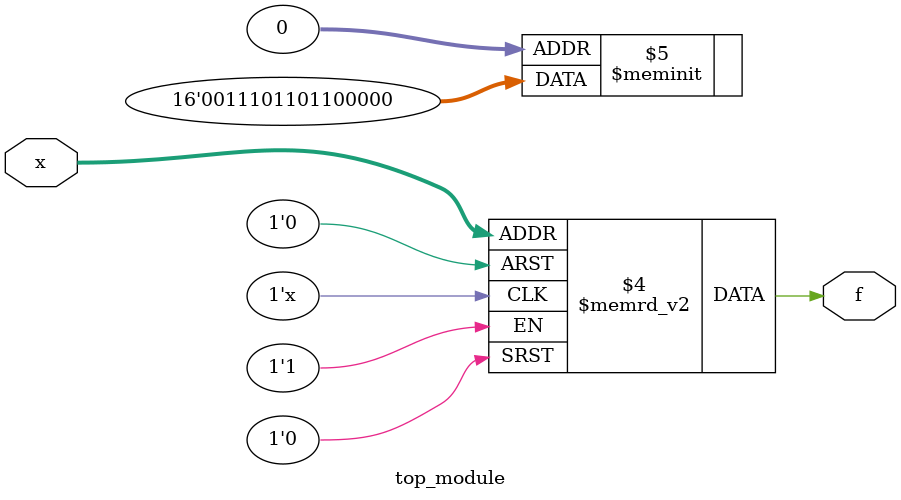
<source format=sv>
module top_module (
    input [4:1] x,
    output logic f
);

    always_comb begin
        case (x)
            4'b0000: f = 1'b0; // d (don't care, we chose 0)
            4'b0001: f = 1'b0;
            4'b0010: f = 1'b0; // d (don't care, we chose 0)
            4'b0011: f = 1'b0; // d (don't care, we chose 0)
            4'b0100: f = 1'b0;
            4'b0101: f = 1'b1; // d (don't care, we chose 1)
            4'b0110: f = 1'b1;
            4'b0111: f = 1'b0;
            4'b1000: f = 1'b1;
            4'b1001: f = 1'b1;
            4'b1010: f = 1'b0;
            4'b1011: f = 1'b1; // d (don't care, we chose 1)
            4'b1100: f = 1'b1;
            4'b1101: f = 1'b1;
            4'b1110: f = 1'b0; // d (don't care, we chose 0)
            4'b1111: f = 1'b0; // d (don't care, we chose 0)
        endcase
    end

endmodule

</source>
